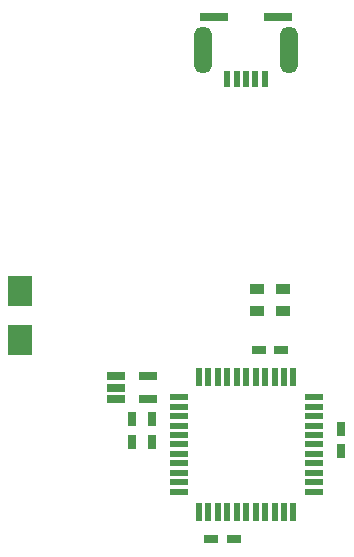
<source format=gbp>
G04 #@! TF.FileFunction,Paste,Bot*
%FSLAX46Y46*%
G04 Gerber Fmt 4.6, Leading zero omitted, Abs format (unit mm)*
G04 Created by KiCad (PCBNEW 4.0.7) date 06/12/18 21:15:04*
%MOMM*%
%LPD*%
G01*
G04 APERTURE LIST*
%ADD10C,0.100000*%
%ADD11R,2.350000X0.800000*%
%ADD12R,0.500000X1.400000*%
%ADD13O,1.500000X4.000000*%
%ADD14R,0.550000X1.500000*%
%ADD15R,1.500000X0.550000*%
%ADD16R,1.200000X0.750000*%
%ADD17R,1.560000X0.650000*%
%ADD18R,0.750000X1.200000*%
%ADD19R,1.200000X0.900000*%
%ADD20R,2.030000X2.650000*%
G04 APERTURE END LIST*
D10*
D11*
X112105000Y-44560000D03*
X106755000Y-44560000D03*
D12*
X107830000Y-49760000D03*
X108630000Y-49760000D03*
X109430000Y-49760000D03*
X110230000Y-49760000D03*
X111030000Y-49760000D03*
D13*
X105780000Y-47360000D03*
X113080000Y-47360000D03*
D14*
X113450000Y-86418750D03*
X112650000Y-86418750D03*
X111850000Y-86418750D03*
X111050000Y-86418750D03*
X110250000Y-86418750D03*
X109450000Y-86418750D03*
X108650000Y-86418750D03*
X107850000Y-86418750D03*
X107050000Y-86418750D03*
X106250000Y-86418750D03*
X105450000Y-86418750D03*
D15*
X103750000Y-84718750D03*
X103750000Y-83918750D03*
X103750000Y-83118750D03*
X103750000Y-82318750D03*
X103750000Y-81518750D03*
X103750000Y-80718750D03*
X103750000Y-79918750D03*
X103750000Y-79118750D03*
X103750000Y-78318750D03*
X103750000Y-77518750D03*
X103750000Y-76718750D03*
D14*
X105450000Y-75018750D03*
X106250000Y-75018750D03*
X107050000Y-75018750D03*
X107850000Y-75018750D03*
X108650000Y-75018750D03*
X109450000Y-75018750D03*
X110250000Y-75018750D03*
X111050000Y-75018750D03*
X111850000Y-75018750D03*
X112650000Y-75018750D03*
X113450000Y-75018750D03*
D15*
X115150000Y-76718750D03*
X115150000Y-77518750D03*
X115150000Y-78318750D03*
X115150000Y-79118750D03*
X115150000Y-79918750D03*
X115150000Y-80718750D03*
X115150000Y-81518750D03*
X115150000Y-82318750D03*
X115150000Y-83118750D03*
X115150000Y-83918750D03*
X115150000Y-84718750D03*
D16*
X106500000Y-88750000D03*
X108400000Y-88750000D03*
D17*
X98450000Y-76850000D03*
X98450000Y-75900000D03*
X98450000Y-74950000D03*
X101150000Y-74950000D03*
X101150000Y-76850000D03*
D18*
X99800000Y-78600000D03*
X99800000Y-80500000D03*
X101500000Y-78600000D03*
X101500000Y-80500000D03*
X117500000Y-81300000D03*
X117500000Y-79400000D03*
D16*
X112400000Y-72700000D03*
X110500000Y-72700000D03*
D19*
X110400000Y-69400000D03*
X112600000Y-69400000D03*
X110400000Y-67600000D03*
X112600000Y-67600000D03*
D20*
X90330000Y-71870000D03*
X90330000Y-67690000D03*
M02*

</source>
